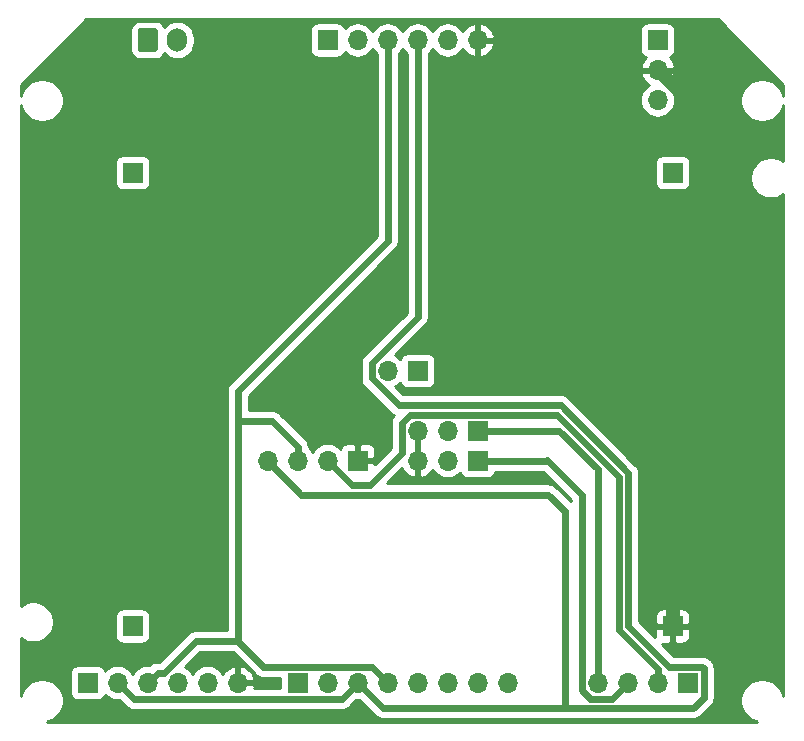
<source format=gbr>
G04 #@! TF.GenerationSoftware,KiCad,Pcbnew,(5.1.4-0-10_14)*
G04 #@! TF.CreationDate,2022-11-21T22:36:57+09:00*
G04 #@! TF.ProjectId,NX19,4e583139-2e6b-4696-9361-645f70636258,rev?*
G04 #@! TF.SameCoordinates,Original*
G04 #@! TF.FileFunction,Copper,L1,Top*
G04 #@! TF.FilePolarity,Positive*
%FSLAX46Y46*%
G04 Gerber Fmt 4.6, Leading zero omitted, Abs format (unit mm)*
G04 Created by KiCad (PCBNEW (5.1.4-0-10_14)) date 2022-11-21 22:36:57*
%MOMM*%
%LPD*%
G04 APERTURE LIST*
%ADD10O,1.700000X1.700000*%
%ADD11R,1.700000X1.700000*%
%ADD12O,1.700000X2.000000*%
%ADD13C,0.100000*%
%ADD14C,1.700000*%
%ADD15C,1.200000*%
%ADD16C,0.600000*%
%ADD17C,0.254000*%
G04 APERTURE END LIST*
D10*
X165354000Y-71120000D03*
X165354000Y-68580000D03*
D11*
X165354000Y-66040000D03*
D10*
X132334000Y-101660000D03*
X134874000Y-101660000D03*
X137414000Y-101660000D03*
D11*
X139954000Y-101660000D03*
D10*
X145034000Y-101660000D03*
X147574000Y-101660000D03*
D11*
X150114000Y-101660000D03*
D10*
X145034000Y-99120000D03*
X147574000Y-99120000D03*
D11*
X150114000Y-99120000D03*
D10*
X160274000Y-120460000D03*
X162814000Y-120460000D03*
X165354000Y-120460000D03*
D11*
X167894000Y-120460000D03*
D10*
X142494000Y-94040000D03*
D11*
X145034000Y-94040000D03*
D10*
X150114000Y-66040000D03*
X147574000Y-66040000D03*
X145034000Y-66040000D03*
X142494000Y-66040000D03*
X139954000Y-66040000D03*
D11*
X137414000Y-66040000D03*
D10*
X152654000Y-120460000D03*
X150114000Y-120460000D03*
X147574000Y-120460000D03*
X145034000Y-120460000D03*
X142494000Y-120460000D03*
X139954000Y-120460000D03*
X137414000Y-120460000D03*
D11*
X134874000Y-120460000D03*
D12*
X124674000Y-66040000D03*
D13*
G36*
X122798504Y-65041204D02*
G01*
X122822773Y-65044804D01*
X122846571Y-65050765D01*
X122869671Y-65059030D01*
X122891849Y-65069520D01*
X122912893Y-65082133D01*
X122932598Y-65096747D01*
X122950777Y-65113223D01*
X122967253Y-65131402D01*
X122981867Y-65151107D01*
X122994480Y-65172151D01*
X123004970Y-65194329D01*
X123013235Y-65217429D01*
X123019196Y-65241227D01*
X123022796Y-65265496D01*
X123024000Y-65290000D01*
X123024000Y-66790000D01*
X123022796Y-66814504D01*
X123019196Y-66838773D01*
X123013235Y-66862571D01*
X123004970Y-66885671D01*
X122994480Y-66907849D01*
X122981867Y-66928893D01*
X122967253Y-66948598D01*
X122950777Y-66966777D01*
X122932598Y-66983253D01*
X122912893Y-66997867D01*
X122891849Y-67010480D01*
X122869671Y-67020970D01*
X122846571Y-67029235D01*
X122822773Y-67035196D01*
X122798504Y-67038796D01*
X122774000Y-67040000D01*
X121574000Y-67040000D01*
X121549496Y-67038796D01*
X121525227Y-67035196D01*
X121501429Y-67029235D01*
X121478329Y-67020970D01*
X121456151Y-67010480D01*
X121435107Y-66997867D01*
X121415402Y-66983253D01*
X121397223Y-66966777D01*
X121380747Y-66948598D01*
X121366133Y-66928893D01*
X121353520Y-66907849D01*
X121343030Y-66885671D01*
X121334765Y-66862571D01*
X121328804Y-66838773D01*
X121325204Y-66814504D01*
X121324000Y-66790000D01*
X121324000Y-65290000D01*
X121325204Y-65265496D01*
X121328804Y-65241227D01*
X121334765Y-65217429D01*
X121343030Y-65194329D01*
X121353520Y-65172151D01*
X121366133Y-65151107D01*
X121380747Y-65131402D01*
X121397223Y-65113223D01*
X121415402Y-65096747D01*
X121435107Y-65082133D01*
X121456151Y-65069520D01*
X121478329Y-65059030D01*
X121501429Y-65050765D01*
X121525227Y-65044804D01*
X121549496Y-65041204D01*
X121574000Y-65040000D01*
X122774000Y-65040000D01*
X122798504Y-65041204D01*
X122798504Y-65041204D01*
G37*
D14*
X122174000Y-66040000D03*
D11*
X166624000Y-115660000D03*
X166624000Y-77260000D03*
X117094000Y-120460000D03*
D10*
X119634000Y-120460000D03*
X122174000Y-120460000D03*
X124714000Y-120460000D03*
X127254000Y-120460000D03*
X129794000Y-120460000D03*
D11*
X120904000Y-115660000D03*
X120904000Y-77260000D03*
D15*
X166624000Y-113610000D02*
X166624000Y-115660000D01*
X168656000Y-111578000D02*
X166624000Y-113610000D01*
X168656000Y-71882000D02*
X168656000Y-111578000D01*
X165354000Y-68580000D02*
X168656000Y-71882000D01*
D16*
X141143999Y-119109999D02*
X131966457Y-119109999D01*
X131966457Y-119109999D02*
X129794000Y-116937542D01*
X142494000Y-120460000D02*
X141143999Y-119109999D01*
X142494000Y-83058000D02*
X142494000Y-66040000D01*
X129794000Y-95758000D02*
X142494000Y-83058000D01*
X131144001Y-118287543D02*
X129794000Y-116937542D01*
X126238456Y-116937542D02*
X129794000Y-116937542D01*
X123565997Y-119610001D02*
X126238456Y-116937542D01*
X123023999Y-119610001D02*
X123565997Y-119610001D01*
X122174000Y-120460000D02*
X123023999Y-119610001D01*
X134874000Y-101660000D02*
X134874000Y-100457919D01*
X132714081Y-98298000D02*
X129794000Y-98298000D01*
X134874000Y-100457919D02*
X132714081Y-98298000D01*
X129794000Y-98298000D02*
X129794000Y-95758000D01*
X129794000Y-116937542D02*
X129794000Y-98298000D01*
X139104001Y-121309999D02*
X139954000Y-120460000D01*
X138603999Y-121810001D02*
X139104001Y-121309999D01*
X120984001Y-121810001D02*
X138603999Y-121810001D01*
X119634000Y-120460000D02*
X120984001Y-121810001D01*
X139954000Y-120460000D02*
X142104011Y-122610011D01*
X135195000Y-104521000D02*
X156083000Y-104521000D01*
X132334000Y-101660000D02*
X135195000Y-104521000D01*
X156083000Y-104521000D02*
X157480000Y-105918000D01*
X157480000Y-105918000D02*
X157480000Y-122538022D01*
X142104011Y-122610011D02*
X157551989Y-122610011D01*
X157551989Y-122610011D02*
X157480000Y-122538022D01*
X168343991Y-122610011D02*
X157551989Y-122610011D01*
X169244001Y-121710001D02*
X168343991Y-122610011D01*
X169244001Y-119209999D02*
X169244001Y-121710001D01*
X169144001Y-119109999D02*
X169244001Y-119209999D01*
X162852010Y-102677242D02*
X162852010Y-115624545D01*
X157144757Y-96969989D02*
X162852010Y-102677242D01*
X143425987Y-96969989D02*
X157144757Y-96969989D01*
X141143999Y-94688001D02*
X143425987Y-96969989D01*
X141143999Y-93391999D02*
X141143999Y-94688001D01*
X166337464Y-119109999D02*
X169144001Y-119109999D01*
X145034000Y-89501998D02*
X141143999Y-93391999D01*
X162852010Y-115624545D02*
X166337464Y-119109999D01*
X145034000Y-66040000D02*
X145034000Y-89501998D01*
X165354000Y-119257919D02*
X165354000Y-120460000D01*
X162052000Y-115955919D02*
X165354000Y-119257919D01*
X162052000Y-103008616D02*
X162052000Y-115955919D01*
X156813383Y-97769999D02*
X162052000Y-103008616D01*
X144385999Y-97769999D02*
X156813383Y-97769999D01*
X143683999Y-98471999D02*
X144385999Y-97769999D01*
X143683999Y-101011999D02*
X143683999Y-98471999D01*
X139474990Y-103720990D02*
X140975008Y-103720990D01*
X140975008Y-103720990D02*
X143683999Y-101011999D01*
X137414000Y-101660000D02*
X139474990Y-103720990D01*
X160274000Y-102362000D02*
X157032000Y-99120000D01*
X160274000Y-120460000D02*
X160274000Y-102362000D01*
X157032000Y-99120000D02*
X150114000Y-99120000D01*
X158923999Y-104567999D02*
X155956000Y-101600000D01*
X155896000Y-101660000D02*
X150114000Y-101660000D01*
X159625999Y-121810001D02*
X158923999Y-121108001D01*
X161463999Y-121810001D02*
X159625999Y-121810001D01*
X155956000Y-101600000D02*
X155896000Y-101660000D01*
X158923999Y-121108001D02*
X158923999Y-104567999D01*
X162814000Y-120460000D02*
X161463999Y-121810001D01*
D17*
G36*
X175995001Y-69849448D02*
G01*
X175995001Y-70776722D01*
X175965124Y-70626522D01*
X175825964Y-70290559D01*
X175623934Y-69988200D01*
X175366800Y-69731066D01*
X175064441Y-69529036D01*
X174728478Y-69389876D01*
X174371822Y-69318932D01*
X174008178Y-69318932D01*
X173651522Y-69389876D01*
X173315559Y-69529036D01*
X173013200Y-69731066D01*
X172756066Y-69988200D01*
X172554036Y-70290559D01*
X172414876Y-70626522D01*
X172343932Y-70983178D01*
X172343932Y-71346822D01*
X172414876Y-71703478D01*
X172554036Y-72039441D01*
X172756066Y-72341800D01*
X173013200Y-72598934D01*
X173315559Y-72800964D01*
X173651522Y-72940124D01*
X174008178Y-73011068D01*
X174371822Y-73011068D01*
X174728478Y-72940124D01*
X175064441Y-72800964D01*
X175366800Y-72598934D01*
X175623934Y-72341800D01*
X175825964Y-72039441D01*
X175965124Y-71703478D01*
X175995001Y-71553278D01*
X175995001Y-76322736D01*
X175747301Y-76157228D01*
X175429450Y-76025570D01*
X175092020Y-75958451D01*
X174747980Y-75958451D01*
X174410550Y-76025570D01*
X174092699Y-76157228D01*
X173806640Y-76348367D01*
X173563367Y-76591640D01*
X173372228Y-76877699D01*
X173240570Y-77195550D01*
X173173451Y-77532980D01*
X173173451Y-77877020D01*
X173240570Y-78214450D01*
X173372228Y-78532301D01*
X173563367Y-78818360D01*
X173806640Y-79061633D01*
X174092699Y-79252772D01*
X174410550Y-79384430D01*
X174747980Y-79451549D01*
X175092020Y-79451549D01*
X175429450Y-79384430D01*
X175747301Y-79252772D01*
X175995001Y-79087264D01*
X175995000Y-121576717D01*
X175965124Y-121426522D01*
X175825964Y-121090559D01*
X175623934Y-120788200D01*
X175366800Y-120531066D01*
X175064441Y-120329036D01*
X174728478Y-120189876D01*
X174371822Y-120118932D01*
X174008178Y-120118932D01*
X173651522Y-120189876D01*
X173315559Y-120329036D01*
X173013200Y-120531066D01*
X172756066Y-120788200D01*
X172554036Y-121090559D01*
X172414876Y-121426522D01*
X172343932Y-121783178D01*
X172343932Y-122146822D01*
X172414876Y-122503478D01*
X172554036Y-122839441D01*
X172756066Y-123141800D01*
X173013200Y-123398934D01*
X173315559Y-123600964D01*
X173651522Y-123740124D01*
X173801717Y-123770000D01*
X113618283Y-123770000D01*
X113768478Y-123740124D01*
X114104441Y-123600964D01*
X114406800Y-123398934D01*
X114663934Y-123141800D01*
X114865964Y-122839441D01*
X115005124Y-122503478D01*
X115076068Y-122146822D01*
X115076068Y-121783178D01*
X115005124Y-121426522D01*
X114865964Y-121090559D01*
X114663934Y-120788200D01*
X114406800Y-120531066D01*
X114104441Y-120329036D01*
X113768478Y-120189876D01*
X113411822Y-120118932D01*
X113048178Y-120118932D01*
X112691522Y-120189876D01*
X112355559Y-120329036D01*
X112053200Y-120531066D01*
X111796066Y-120788200D01*
X111594036Y-121090559D01*
X111454876Y-121426522D01*
X111425000Y-121576717D01*
X111425000Y-119610000D01*
X115605928Y-119610000D01*
X115605928Y-121310000D01*
X115618188Y-121434482D01*
X115654498Y-121554180D01*
X115713463Y-121664494D01*
X115792815Y-121761185D01*
X115889506Y-121840537D01*
X115999820Y-121899502D01*
X116119518Y-121935812D01*
X116244000Y-121948072D01*
X117944000Y-121948072D01*
X118068482Y-121935812D01*
X118188180Y-121899502D01*
X118298494Y-121840537D01*
X118395185Y-121761185D01*
X118474537Y-121664494D01*
X118533502Y-121554180D01*
X118554393Y-121485313D01*
X118578866Y-121515134D01*
X118804986Y-121700706D01*
X119062966Y-121838599D01*
X119342889Y-121923513D01*
X119561050Y-121945000D01*
X119706950Y-121945000D01*
X119788663Y-121936952D01*
X120290371Y-122438660D01*
X120319657Y-122474345D01*
X120462029Y-122591187D01*
X120537398Y-122631472D01*
X120624460Y-122678008D01*
X120800709Y-122731473D01*
X120984001Y-122749525D01*
X121029936Y-122745001D01*
X138558067Y-122745001D01*
X138603999Y-122749525D01*
X138649931Y-122745001D01*
X138787291Y-122731472D01*
X138963539Y-122678008D01*
X139125971Y-122591187D01*
X139268343Y-122474345D01*
X139297630Y-122438659D01*
X139732662Y-122003626D01*
X139732667Y-122003622D01*
X139799337Y-121936952D01*
X139881050Y-121945000D01*
X140026950Y-121945000D01*
X140108663Y-121936952D01*
X141410381Y-123238670D01*
X141439667Y-123274355D01*
X141582039Y-123391197D01*
X141687891Y-123447776D01*
X141744470Y-123478018D01*
X141920719Y-123531483D01*
X142104011Y-123549535D01*
X142149946Y-123545011D01*
X157506057Y-123545011D01*
X157551989Y-123549535D01*
X157597921Y-123545011D01*
X168298059Y-123545011D01*
X168343991Y-123549535D01*
X168389923Y-123545011D01*
X168527283Y-123531482D01*
X168703531Y-123478018D01*
X168865963Y-123391197D01*
X169008335Y-123274355D01*
X169037621Y-123238670D01*
X169872665Y-122403627D01*
X169908345Y-122374345D01*
X170025187Y-122231973D01*
X170112008Y-122069541D01*
X170165472Y-121893293D01*
X170183525Y-121710002D01*
X170179001Y-121664070D01*
X170179001Y-119255930D01*
X170183525Y-119209998D01*
X170165472Y-119026707D01*
X170112008Y-118850459D01*
X170025187Y-118688027D01*
X169908345Y-118545655D01*
X169872661Y-118516370D01*
X169837631Y-118481340D01*
X169808345Y-118445655D01*
X169665973Y-118328813D01*
X169503541Y-118241992D01*
X169327293Y-118188528D01*
X169189933Y-118174999D01*
X169144001Y-118170475D01*
X169098069Y-118174999D01*
X166724754Y-118174999D01*
X165689505Y-117139750D01*
X165774000Y-117148072D01*
X166338250Y-117145000D01*
X166497000Y-116986250D01*
X166497000Y-115787000D01*
X166751000Y-115787000D01*
X166751000Y-116986250D01*
X166909750Y-117145000D01*
X167474000Y-117148072D01*
X167598482Y-117135812D01*
X167718180Y-117099502D01*
X167828494Y-117040537D01*
X167925185Y-116961185D01*
X168004537Y-116864494D01*
X168063502Y-116754180D01*
X168099812Y-116634482D01*
X168112072Y-116510000D01*
X168109000Y-115945750D01*
X167950250Y-115787000D01*
X166751000Y-115787000D01*
X166497000Y-115787000D01*
X165297750Y-115787000D01*
X165139000Y-115945750D01*
X165135928Y-116510000D01*
X165144250Y-116594495D01*
X163787010Y-115237256D01*
X163787010Y-114810000D01*
X165135928Y-114810000D01*
X165139000Y-115374250D01*
X165297750Y-115533000D01*
X166497000Y-115533000D01*
X166497000Y-114333750D01*
X166751000Y-114333750D01*
X166751000Y-115533000D01*
X167950250Y-115533000D01*
X168109000Y-115374250D01*
X168112072Y-114810000D01*
X168099812Y-114685518D01*
X168063502Y-114565820D01*
X168004537Y-114455506D01*
X167925185Y-114358815D01*
X167828494Y-114279463D01*
X167718180Y-114220498D01*
X167598482Y-114184188D01*
X167474000Y-114171928D01*
X166909750Y-114175000D01*
X166751000Y-114333750D01*
X166497000Y-114333750D01*
X166338250Y-114175000D01*
X165774000Y-114171928D01*
X165649518Y-114184188D01*
X165529820Y-114220498D01*
X165419506Y-114279463D01*
X165322815Y-114358815D01*
X165243463Y-114455506D01*
X165184498Y-114565820D01*
X165148188Y-114685518D01*
X165135928Y-114810000D01*
X163787010Y-114810000D01*
X163787010Y-102723177D01*
X163791534Y-102677242D01*
X163773482Y-102493950D01*
X163720017Y-102317701D01*
X163673692Y-102231034D01*
X163633196Y-102155270D01*
X163516354Y-102012898D01*
X163480670Y-101983613D01*
X157838387Y-96341330D01*
X157809101Y-96305645D01*
X157666729Y-96188803D01*
X157504297Y-96101982D01*
X157328049Y-96048518D01*
X157190689Y-96034989D01*
X157144757Y-96030465D01*
X157098825Y-96034989D01*
X143813277Y-96034989D01*
X143145096Y-95366809D01*
X143260920Y-95311641D01*
X143494269Y-95137588D01*
X143570034Y-95053534D01*
X143594498Y-95134180D01*
X143653463Y-95244494D01*
X143732815Y-95341185D01*
X143829506Y-95420537D01*
X143939820Y-95479502D01*
X144059518Y-95515812D01*
X144184000Y-95528072D01*
X145884000Y-95528072D01*
X146008482Y-95515812D01*
X146128180Y-95479502D01*
X146238494Y-95420537D01*
X146335185Y-95341185D01*
X146414537Y-95244494D01*
X146473502Y-95134180D01*
X146509812Y-95014482D01*
X146522072Y-94890000D01*
X146522072Y-93190000D01*
X146509812Y-93065518D01*
X146473502Y-92945820D01*
X146414537Y-92835506D01*
X146335185Y-92738815D01*
X146238494Y-92659463D01*
X146128180Y-92600498D01*
X146008482Y-92564188D01*
X145884000Y-92551928D01*
X144184000Y-92551928D01*
X144059518Y-92564188D01*
X143939820Y-92600498D01*
X143829506Y-92659463D01*
X143732815Y-92738815D01*
X143653463Y-92835506D01*
X143594498Y-92945820D01*
X143570034Y-93026466D01*
X143494269Y-92942412D01*
X143260920Y-92768359D01*
X143145096Y-92713191D01*
X145662664Y-90195624D01*
X145698344Y-90166342D01*
X145815186Y-90023970D01*
X145902007Y-89861538D01*
X145955471Y-89685290D01*
X145969000Y-89547930D01*
X145973524Y-89501999D01*
X145969000Y-89456067D01*
X145969000Y-76410000D01*
X165135928Y-76410000D01*
X165135928Y-78110000D01*
X165148188Y-78234482D01*
X165184498Y-78354180D01*
X165243463Y-78464494D01*
X165322815Y-78561185D01*
X165419506Y-78640537D01*
X165529820Y-78699502D01*
X165649518Y-78735812D01*
X165774000Y-78748072D01*
X167474000Y-78748072D01*
X167598482Y-78735812D01*
X167718180Y-78699502D01*
X167828494Y-78640537D01*
X167925185Y-78561185D01*
X168004537Y-78464494D01*
X168063502Y-78354180D01*
X168099812Y-78234482D01*
X168112072Y-78110000D01*
X168112072Y-76410000D01*
X168099812Y-76285518D01*
X168063502Y-76165820D01*
X168004537Y-76055506D01*
X167925185Y-75958815D01*
X167828494Y-75879463D01*
X167718180Y-75820498D01*
X167598482Y-75784188D01*
X167474000Y-75771928D01*
X165774000Y-75771928D01*
X165649518Y-75784188D01*
X165529820Y-75820498D01*
X165419506Y-75879463D01*
X165322815Y-75958815D01*
X165243463Y-76055506D01*
X165184498Y-76165820D01*
X165148188Y-76285518D01*
X165135928Y-76410000D01*
X145969000Y-76410000D01*
X145969000Y-71120000D01*
X163861815Y-71120000D01*
X163890487Y-71411111D01*
X163975401Y-71691034D01*
X164113294Y-71949014D01*
X164298866Y-72175134D01*
X164524986Y-72360706D01*
X164782966Y-72498599D01*
X165062889Y-72583513D01*
X165281050Y-72605000D01*
X165426950Y-72605000D01*
X165645111Y-72583513D01*
X165925034Y-72498599D01*
X166183014Y-72360706D01*
X166409134Y-72175134D01*
X166594706Y-71949014D01*
X166732599Y-71691034D01*
X166817513Y-71411111D01*
X166846185Y-71120000D01*
X166817513Y-70828889D01*
X166732599Y-70548966D01*
X166594706Y-70290986D01*
X166409134Y-70064866D01*
X166183014Y-69879294D01*
X166118477Y-69844799D01*
X166235355Y-69775178D01*
X166451588Y-69580269D01*
X166625641Y-69346920D01*
X166750825Y-69084099D01*
X166795476Y-68936890D01*
X166674155Y-68707000D01*
X165481000Y-68707000D01*
X165481000Y-68727000D01*
X165227000Y-68727000D01*
X165227000Y-68707000D01*
X164033845Y-68707000D01*
X163912524Y-68936890D01*
X163957175Y-69084099D01*
X164082359Y-69346920D01*
X164256412Y-69580269D01*
X164472645Y-69775178D01*
X164589523Y-69844799D01*
X164524986Y-69879294D01*
X164298866Y-70064866D01*
X164113294Y-70290986D01*
X163975401Y-70548966D01*
X163890487Y-70828889D01*
X163861815Y-71120000D01*
X145969000Y-71120000D01*
X145969000Y-67193725D01*
X146089134Y-67095134D01*
X146274706Y-66869014D01*
X146304000Y-66814209D01*
X146333294Y-66869014D01*
X146518866Y-67095134D01*
X146744986Y-67280706D01*
X147002966Y-67418599D01*
X147282889Y-67503513D01*
X147501050Y-67525000D01*
X147646950Y-67525000D01*
X147865111Y-67503513D01*
X148145034Y-67418599D01*
X148403014Y-67280706D01*
X148629134Y-67095134D01*
X148814706Y-66869014D01*
X148849201Y-66804477D01*
X148918822Y-66921355D01*
X149113731Y-67137588D01*
X149347080Y-67311641D01*
X149609901Y-67436825D01*
X149757110Y-67481476D01*
X149987000Y-67360155D01*
X149987000Y-66167000D01*
X150241000Y-66167000D01*
X150241000Y-67360155D01*
X150470890Y-67481476D01*
X150618099Y-67436825D01*
X150880920Y-67311641D01*
X151114269Y-67137588D01*
X151309178Y-66921355D01*
X151458157Y-66671252D01*
X151555481Y-66396891D01*
X151434814Y-66167000D01*
X150241000Y-66167000D01*
X149987000Y-66167000D01*
X149967000Y-66167000D01*
X149967000Y-65913000D01*
X149987000Y-65913000D01*
X149987000Y-64719845D01*
X150241000Y-64719845D01*
X150241000Y-65913000D01*
X151434814Y-65913000D01*
X151555481Y-65683109D01*
X151458157Y-65408748D01*
X151327856Y-65190000D01*
X163865928Y-65190000D01*
X163865928Y-66890000D01*
X163878188Y-67014482D01*
X163914498Y-67134180D01*
X163973463Y-67244494D01*
X164052815Y-67341185D01*
X164149506Y-67420537D01*
X164259820Y-67479502D01*
X164340466Y-67503966D01*
X164256412Y-67579731D01*
X164082359Y-67813080D01*
X163957175Y-68075901D01*
X163912524Y-68223110D01*
X164033845Y-68453000D01*
X165227000Y-68453000D01*
X165227000Y-68433000D01*
X165481000Y-68433000D01*
X165481000Y-68453000D01*
X166674155Y-68453000D01*
X166795476Y-68223110D01*
X166750825Y-68075901D01*
X166625641Y-67813080D01*
X166451588Y-67579731D01*
X166367534Y-67503966D01*
X166448180Y-67479502D01*
X166558494Y-67420537D01*
X166655185Y-67341185D01*
X166734537Y-67244494D01*
X166793502Y-67134180D01*
X166829812Y-67014482D01*
X166842072Y-66890000D01*
X166842072Y-65190000D01*
X166829812Y-65065518D01*
X166793502Y-64945820D01*
X166734537Y-64835506D01*
X166655185Y-64738815D01*
X166558494Y-64659463D01*
X166448180Y-64600498D01*
X166328482Y-64564188D01*
X166204000Y-64551928D01*
X164504000Y-64551928D01*
X164379518Y-64564188D01*
X164259820Y-64600498D01*
X164149506Y-64659463D01*
X164052815Y-64738815D01*
X163973463Y-64835506D01*
X163914498Y-64945820D01*
X163878188Y-65065518D01*
X163865928Y-65190000D01*
X151327856Y-65190000D01*
X151309178Y-65158645D01*
X151114269Y-64942412D01*
X150880920Y-64768359D01*
X150618099Y-64643175D01*
X150470890Y-64598524D01*
X150241000Y-64719845D01*
X149987000Y-64719845D01*
X149757110Y-64598524D01*
X149609901Y-64643175D01*
X149347080Y-64768359D01*
X149113731Y-64942412D01*
X148918822Y-65158645D01*
X148849201Y-65275523D01*
X148814706Y-65210986D01*
X148629134Y-64984866D01*
X148403014Y-64799294D01*
X148145034Y-64661401D01*
X147865111Y-64576487D01*
X147646950Y-64555000D01*
X147501050Y-64555000D01*
X147282889Y-64576487D01*
X147002966Y-64661401D01*
X146744986Y-64799294D01*
X146518866Y-64984866D01*
X146333294Y-65210986D01*
X146304000Y-65265791D01*
X146274706Y-65210986D01*
X146089134Y-64984866D01*
X145863014Y-64799294D01*
X145605034Y-64661401D01*
X145325111Y-64576487D01*
X145106950Y-64555000D01*
X144961050Y-64555000D01*
X144742889Y-64576487D01*
X144462966Y-64661401D01*
X144204986Y-64799294D01*
X143978866Y-64984866D01*
X143793294Y-65210986D01*
X143764000Y-65265791D01*
X143734706Y-65210986D01*
X143549134Y-64984866D01*
X143323014Y-64799294D01*
X143065034Y-64661401D01*
X142785111Y-64576487D01*
X142566950Y-64555000D01*
X142421050Y-64555000D01*
X142202889Y-64576487D01*
X141922966Y-64661401D01*
X141664986Y-64799294D01*
X141438866Y-64984866D01*
X141253294Y-65210986D01*
X141224000Y-65265791D01*
X141194706Y-65210986D01*
X141009134Y-64984866D01*
X140783014Y-64799294D01*
X140525034Y-64661401D01*
X140245111Y-64576487D01*
X140026950Y-64555000D01*
X139881050Y-64555000D01*
X139662889Y-64576487D01*
X139382966Y-64661401D01*
X139124986Y-64799294D01*
X138898866Y-64984866D01*
X138874393Y-65014687D01*
X138853502Y-64945820D01*
X138794537Y-64835506D01*
X138715185Y-64738815D01*
X138618494Y-64659463D01*
X138508180Y-64600498D01*
X138388482Y-64564188D01*
X138264000Y-64551928D01*
X136564000Y-64551928D01*
X136439518Y-64564188D01*
X136319820Y-64600498D01*
X136209506Y-64659463D01*
X136112815Y-64738815D01*
X136033463Y-64835506D01*
X135974498Y-64945820D01*
X135938188Y-65065518D01*
X135925928Y-65190000D01*
X135925928Y-66890000D01*
X135938188Y-67014482D01*
X135974498Y-67134180D01*
X136033463Y-67244494D01*
X136112815Y-67341185D01*
X136209506Y-67420537D01*
X136319820Y-67479502D01*
X136439518Y-67515812D01*
X136564000Y-67528072D01*
X138264000Y-67528072D01*
X138388482Y-67515812D01*
X138508180Y-67479502D01*
X138618494Y-67420537D01*
X138715185Y-67341185D01*
X138794537Y-67244494D01*
X138853502Y-67134180D01*
X138874393Y-67065313D01*
X138898866Y-67095134D01*
X139124986Y-67280706D01*
X139382966Y-67418599D01*
X139662889Y-67503513D01*
X139881050Y-67525000D01*
X140026950Y-67525000D01*
X140245111Y-67503513D01*
X140525034Y-67418599D01*
X140783014Y-67280706D01*
X141009134Y-67095134D01*
X141194706Y-66869014D01*
X141224000Y-66814209D01*
X141253294Y-66869014D01*
X141438866Y-67095134D01*
X141559001Y-67193726D01*
X141559000Y-82670710D01*
X129165336Y-95064375D01*
X129129657Y-95093656D01*
X129012815Y-95236028D01*
X128969713Y-95316667D01*
X128925994Y-95398460D01*
X128872529Y-95574709D01*
X128854476Y-95758000D01*
X128859001Y-95803942D01*
X128859000Y-98252068D01*
X128854476Y-98298000D01*
X128859001Y-98343942D01*
X128859000Y-116002542D01*
X126284391Y-116002542D01*
X126238456Y-115998018D01*
X126055164Y-116016070D01*
X125951284Y-116047583D01*
X125878916Y-116069535D01*
X125716484Y-116156356D01*
X125574112Y-116273198D01*
X125544826Y-116308883D01*
X123178708Y-118675001D01*
X123069930Y-118675001D01*
X123023998Y-118670477D01*
X122840706Y-118688530D01*
X122787242Y-118704748D01*
X122664459Y-118741994D01*
X122502027Y-118828815D01*
X122359655Y-118945657D01*
X122330375Y-118981335D01*
X122328662Y-118983048D01*
X122246950Y-118975000D01*
X122101050Y-118975000D01*
X121882889Y-118996487D01*
X121602966Y-119081401D01*
X121344986Y-119219294D01*
X121118866Y-119404866D01*
X120933294Y-119630986D01*
X120904000Y-119685791D01*
X120874706Y-119630986D01*
X120689134Y-119404866D01*
X120463014Y-119219294D01*
X120205034Y-119081401D01*
X119925111Y-118996487D01*
X119706950Y-118975000D01*
X119561050Y-118975000D01*
X119342889Y-118996487D01*
X119062966Y-119081401D01*
X118804986Y-119219294D01*
X118578866Y-119404866D01*
X118554393Y-119434687D01*
X118533502Y-119365820D01*
X118474537Y-119255506D01*
X118395185Y-119158815D01*
X118298494Y-119079463D01*
X118188180Y-119020498D01*
X118068482Y-118984188D01*
X117944000Y-118971928D01*
X116244000Y-118971928D01*
X116119518Y-118984188D01*
X115999820Y-119020498D01*
X115889506Y-119079463D01*
X115792815Y-119158815D01*
X115713463Y-119255506D01*
X115654498Y-119365820D01*
X115618188Y-119485518D01*
X115605928Y-119610000D01*
X111425000Y-119610000D01*
X111425000Y-116687264D01*
X111672699Y-116852772D01*
X111990550Y-116984430D01*
X112327980Y-117051549D01*
X112672020Y-117051549D01*
X113009450Y-116984430D01*
X113327301Y-116852772D01*
X113613360Y-116661633D01*
X113856633Y-116418360D01*
X114047772Y-116132301D01*
X114179430Y-115814450D01*
X114246549Y-115477020D01*
X114246549Y-115132980D01*
X114182305Y-114810000D01*
X119415928Y-114810000D01*
X119415928Y-116510000D01*
X119428188Y-116634482D01*
X119464498Y-116754180D01*
X119523463Y-116864494D01*
X119602815Y-116961185D01*
X119699506Y-117040537D01*
X119809820Y-117099502D01*
X119929518Y-117135812D01*
X120054000Y-117148072D01*
X121754000Y-117148072D01*
X121878482Y-117135812D01*
X121998180Y-117099502D01*
X122108494Y-117040537D01*
X122205185Y-116961185D01*
X122284537Y-116864494D01*
X122343502Y-116754180D01*
X122379812Y-116634482D01*
X122392072Y-116510000D01*
X122392072Y-114810000D01*
X122379812Y-114685518D01*
X122343502Y-114565820D01*
X122284537Y-114455506D01*
X122205185Y-114358815D01*
X122108494Y-114279463D01*
X121998180Y-114220498D01*
X121878482Y-114184188D01*
X121754000Y-114171928D01*
X120054000Y-114171928D01*
X119929518Y-114184188D01*
X119809820Y-114220498D01*
X119699506Y-114279463D01*
X119602815Y-114358815D01*
X119523463Y-114455506D01*
X119464498Y-114565820D01*
X119428188Y-114685518D01*
X119415928Y-114810000D01*
X114182305Y-114810000D01*
X114179430Y-114795550D01*
X114047772Y-114477699D01*
X113856633Y-114191640D01*
X113613360Y-113948367D01*
X113327301Y-113757228D01*
X113009450Y-113625570D01*
X112672020Y-113558451D01*
X112327980Y-113558451D01*
X111990550Y-113625570D01*
X111672699Y-113757228D01*
X111425000Y-113922736D01*
X111425000Y-76410000D01*
X119415928Y-76410000D01*
X119415928Y-78110000D01*
X119428188Y-78234482D01*
X119464498Y-78354180D01*
X119523463Y-78464494D01*
X119602815Y-78561185D01*
X119699506Y-78640537D01*
X119809820Y-78699502D01*
X119929518Y-78735812D01*
X120054000Y-78748072D01*
X121754000Y-78748072D01*
X121878482Y-78735812D01*
X121998180Y-78699502D01*
X122108494Y-78640537D01*
X122205185Y-78561185D01*
X122284537Y-78464494D01*
X122343502Y-78354180D01*
X122379812Y-78234482D01*
X122392072Y-78110000D01*
X122392072Y-76410000D01*
X122379812Y-76285518D01*
X122343502Y-76165820D01*
X122284537Y-76055506D01*
X122205185Y-75958815D01*
X122108494Y-75879463D01*
X121998180Y-75820498D01*
X121878482Y-75784188D01*
X121754000Y-75771928D01*
X120054000Y-75771928D01*
X119929518Y-75784188D01*
X119809820Y-75820498D01*
X119699506Y-75879463D01*
X119602815Y-75958815D01*
X119523463Y-76055506D01*
X119464498Y-76165820D01*
X119428188Y-76285518D01*
X119415928Y-76410000D01*
X111425000Y-76410000D01*
X111425000Y-71553283D01*
X111454876Y-71703478D01*
X111594036Y-72039441D01*
X111796066Y-72341800D01*
X112053200Y-72598934D01*
X112355559Y-72800964D01*
X112691522Y-72940124D01*
X113048178Y-73011068D01*
X113411822Y-73011068D01*
X113768478Y-72940124D01*
X114104441Y-72800964D01*
X114406800Y-72598934D01*
X114663934Y-72341800D01*
X114865964Y-72039441D01*
X115005124Y-71703478D01*
X115076068Y-71346822D01*
X115076068Y-70983178D01*
X115005124Y-70626522D01*
X114865964Y-70290559D01*
X114663934Y-69988200D01*
X114406800Y-69731066D01*
X114104441Y-69529036D01*
X113768478Y-69389876D01*
X113411822Y-69318932D01*
X113048178Y-69318932D01*
X112691522Y-69389876D01*
X112355559Y-69529036D01*
X112053200Y-69731066D01*
X111796066Y-69988200D01*
X111594036Y-70290559D01*
X111454876Y-70626522D01*
X111425000Y-70776717D01*
X111425000Y-69849446D01*
X115984446Y-65290000D01*
X120685928Y-65290000D01*
X120685928Y-66790000D01*
X120702992Y-66963254D01*
X120753528Y-67129850D01*
X120835595Y-67283386D01*
X120946038Y-67417962D01*
X121080614Y-67528405D01*
X121234150Y-67610472D01*
X121400746Y-67661008D01*
X121574000Y-67678072D01*
X122774000Y-67678072D01*
X122947254Y-67661008D01*
X123113850Y-67610472D01*
X123267386Y-67528405D01*
X123401962Y-67417962D01*
X123512405Y-67283386D01*
X123566777Y-67181663D01*
X123618866Y-67245134D01*
X123844987Y-67430706D01*
X124102967Y-67568599D01*
X124382890Y-67653513D01*
X124674000Y-67682185D01*
X124965111Y-67653513D01*
X125245034Y-67568599D01*
X125503014Y-67430706D01*
X125729134Y-67245134D01*
X125914706Y-67019014D01*
X126052599Y-66761033D01*
X126137513Y-66481110D01*
X126159000Y-66262949D01*
X126159000Y-65817050D01*
X126137513Y-65598889D01*
X126052599Y-65318966D01*
X125914706Y-65060986D01*
X125729134Y-64834866D01*
X125503013Y-64649294D01*
X125245033Y-64511401D01*
X124965110Y-64426487D01*
X124674000Y-64397815D01*
X124382889Y-64426487D01*
X124102966Y-64511401D01*
X123844986Y-64649294D01*
X123618866Y-64834866D01*
X123566777Y-64898337D01*
X123512405Y-64796614D01*
X123401962Y-64662038D01*
X123267386Y-64551595D01*
X123113850Y-64469528D01*
X122947254Y-64418992D01*
X122774000Y-64401928D01*
X121574000Y-64401928D01*
X121400746Y-64418992D01*
X121234150Y-64469528D01*
X121080614Y-64551595D01*
X120946038Y-64662038D01*
X120835595Y-64796614D01*
X120753528Y-64950150D01*
X120702992Y-65116746D01*
X120685928Y-65290000D01*
X115984446Y-65290000D01*
X116994447Y-64280000D01*
X170425554Y-64280000D01*
X175995001Y-69849448D01*
X175995001Y-69849448D01*
G37*
X175995001Y-69849448D02*
X175995001Y-70776722D01*
X175965124Y-70626522D01*
X175825964Y-70290559D01*
X175623934Y-69988200D01*
X175366800Y-69731066D01*
X175064441Y-69529036D01*
X174728478Y-69389876D01*
X174371822Y-69318932D01*
X174008178Y-69318932D01*
X173651522Y-69389876D01*
X173315559Y-69529036D01*
X173013200Y-69731066D01*
X172756066Y-69988200D01*
X172554036Y-70290559D01*
X172414876Y-70626522D01*
X172343932Y-70983178D01*
X172343932Y-71346822D01*
X172414876Y-71703478D01*
X172554036Y-72039441D01*
X172756066Y-72341800D01*
X173013200Y-72598934D01*
X173315559Y-72800964D01*
X173651522Y-72940124D01*
X174008178Y-73011068D01*
X174371822Y-73011068D01*
X174728478Y-72940124D01*
X175064441Y-72800964D01*
X175366800Y-72598934D01*
X175623934Y-72341800D01*
X175825964Y-72039441D01*
X175965124Y-71703478D01*
X175995001Y-71553278D01*
X175995001Y-76322736D01*
X175747301Y-76157228D01*
X175429450Y-76025570D01*
X175092020Y-75958451D01*
X174747980Y-75958451D01*
X174410550Y-76025570D01*
X174092699Y-76157228D01*
X173806640Y-76348367D01*
X173563367Y-76591640D01*
X173372228Y-76877699D01*
X173240570Y-77195550D01*
X173173451Y-77532980D01*
X173173451Y-77877020D01*
X173240570Y-78214450D01*
X173372228Y-78532301D01*
X173563367Y-78818360D01*
X173806640Y-79061633D01*
X174092699Y-79252772D01*
X174410550Y-79384430D01*
X174747980Y-79451549D01*
X175092020Y-79451549D01*
X175429450Y-79384430D01*
X175747301Y-79252772D01*
X175995001Y-79087264D01*
X175995000Y-121576717D01*
X175965124Y-121426522D01*
X175825964Y-121090559D01*
X175623934Y-120788200D01*
X175366800Y-120531066D01*
X175064441Y-120329036D01*
X174728478Y-120189876D01*
X174371822Y-120118932D01*
X174008178Y-120118932D01*
X173651522Y-120189876D01*
X173315559Y-120329036D01*
X173013200Y-120531066D01*
X172756066Y-120788200D01*
X172554036Y-121090559D01*
X172414876Y-121426522D01*
X172343932Y-121783178D01*
X172343932Y-122146822D01*
X172414876Y-122503478D01*
X172554036Y-122839441D01*
X172756066Y-123141800D01*
X173013200Y-123398934D01*
X173315559Y-123600964D01*
X173651522Y-123740124D01*
X173801717Y-123770000D01*
X113618283Y-123770000D01*
X113768478Y-123740124D01*
X114104441Y-123600964D01*
X114406800Y-123398934D01*
X114663934Y-123141800D01*
X114865964Y-122839441D01*
X115005124Y-122503478D01*
X115076068Y-122146822D01*
X115076068Y-121783178D01*
X115005124Y-121426522D01*
X114865964Y-121090559D01*
X114663934Y-120788200D01*
X114406800Y-120531066D01*
X114104441Y-120329036D01*
X113768478Y-120189876D01*
X113411822Y-120118932D01*
X113048178Y-120118932D01*
X112691522Y-120189876D01*
X112355559Y-120329036D01*
X112053200Y-120531066D01*
X111796066Y-120788200D01*
X111594036Y-121090559D01*
X111454876Y-121426522D01*
X111425000Y-121576717D01*
X111425000Y-119610000D01*
X115605928Y-119610000D01*
X115605928Y-121310000D01*
X115618188Y-121434482D01*
X115654498Y-121554180D01*
X115713463Y-121664494D01*
X115792815Y-121761185D01*
X115889506Y-121840537D01*
X115999820Y-121899502D01*
X116119518Y-121935812D01*
X116244000Y-121948072D01*
X117944000Y-121948072D01*
X118068482Y-121935812D01*
X118188180Y-121899502D01*
X118298494Y-121840537D01*
X118395185Y-121761185D01*
X118474537Y-121664494D01*
X118533502Y-121554180D01*
X118554393Y-121485313D01*
X118578866Y-121515134D01*
X118804986Y-121700706D01*
X119062966Y-121838599D01*
X119342889Y-121923513D01*
X119561050Y-121945000D01*
X119706950Y-121945000D01*
X119788663Y-121936952D01*
X120290371Y-122438660D01*
X120319657Y-122474345D01*
X120462029Y-122591187D01*
X120537398Y-122631472D01*
X120624460Y-122678008D01*
X120800709Y-122731473D01*
X120984001Y-122749525D01*
X121029936Y-122745001D01*
X138558067Y-122745001D01*
X138603999Y-122749525D01*
X138649931Y-122745001D01*
X138787291Y-122731472D01*
X138963539Y-122678008D01*
X139125971Y-122591187D01*
X139268343Y-122474345D01*
X139297630Y-122438659D01*
X139732662Y-122003626D01*
X139732667Y-122003622D01*
X139799337Y-121936952D01*
X139881050Y-121945000D01*
X140026950Y-121945000D01*
X140108663Y-121936952D01*
X141410381Y-123238670D01*
X141439667Y-123274355D01*
X141582039Y-123391197D01*
X141687891Y-123447776D01*
X141744470Y-123478018D01*
X141920719Y-123531483D01*
X142104011Y-123549535D01*
X142149946Y-123545011D01*
X157506057Y-123545011D01*
X157551989Y-123549535D01*
X157597921Y-123545011D01*
X168298059Y-123545011D01*
X168343991Y-123549535D01*
X168389923Y-123545011D01*
X168527283Y-123531482D01*
X168703531Y-123478018D01*
X168865963Y-123391197D01*
X169008335Y-123274355D01*
X169037621Y-123238670D01*
X169872665Y-122403627D01*
X169908345Y-122374345D01*
X170025187Y-122231973D01*
X170112008Y-122069541D01*
X170165472Y-121893293D01*
X170183525Y-121710002D01*
X170179001Y-121664070D01*
X170179001Y-119255930D01*
X170183525Y-119209998D01*
X170165472Y-119026707D01*
X170112008Y-118850459D01*
X170025187Y-118688027D01*
X169908345Y-118545655D01*
X169872661Y-118516370D01*
X169837631Y-118481340D01*
X169808345Y-118445655D01*
X169665973Y-118328813D01*
X169503541Y-118241992D01*
X169327293Y-118188528D01*
X169189933Y-118174999D01*
X169144001Y-118170475D01*
X169098069Y-118174999D01*
X166724754Y-118174999D01*
X165689505Y-117139750D01*
X165774000Y-117148072D01*
X166338250Y-117145000D01*
X166497000Y-116986250D01*
X166497000Y-115787000D01*
X166751000Y-115787000D01*
X166751000Y-116986250D01*
X166909750Y-117145000D01*
X167474000Y-117148072D01*
X167598482Y-117135812D01*
X167718180Y-117099502D01*
X167828494Y-117040537D01*
X167925185Y-116961185D01*
X168004537Y-116864494D01*
X168063502Y-116754180D01*
X168099812Y-116634482D01*
X168112072Y-116510000D01*
X168109000Y-115945750D01*
X167950250Y-115787000D01*
X166751000Y-115787000D01*
X166497000Y-115787000D01*
X165297750Y-115787000D01*
X165139000Y-115945750D01*
X165135928Y-116510000D01*
X165144250Y-116594495D01*
X163787010Y-115237256D01*
X163787010Y-114810000D01*
X165135928Y-114810000D01*
X165139000Y-115374250D01*
X165297750Y-115533000D01*
X166497000Y-115533000D01*
X166497000Y-114333750D01*
X166751000Y-114333750D01*
X166751000Y-115533000D01*
X167950250Y-115533000D01*
X168109000Y-115374250D01*
X168112072Y-114810000D01*
X168099812Y-114685518D01*
X168063502Y-114565820D01*
X168004537Y-114455506D01*
X167925185Y-114358815D01*
X167828494Y-114279463D01*
X167718180Y-114220498D01*
X167598482Y-114184188D01*
X167474000Y-114171928D01*
X166909750Y-114175000D01*
X166751000Y-114333750D01*
X166497000Y-114333750D01*
X166338250Y-114175000D01*
X165774000Y-114171928D01*
X165649518Y-114184188D01*
X165529820Y-114220498D01*
X165419506Y-114279463D01*
X165322815Y-114358815D01*
X165243463Y-114455506D01*
X165184498Y-114565820D01*
X165148188Y-114685518D01*
X165135928Y-114810000D01*
X163787010Y-114810000D01*
X163787010Y-102723177D01*
X163791534Y-102677242D01*
X163773482Y-102493950D01*
X163720017Y-102317701D01*
X163673692Y-102231034D01*
X163633196Y-102155270D01*
X163516354Y-102012898D01*
X163480670Y-101983613D01*
X157838387Y-96341330D01*
X157809101Y-96305645D01*
X157666729Y-96188803D01*
X157504297Y-96101982D01*
X157328049Y-96048518D01*
X157190689Y-96034989D01*
X157144757Y-96030465D01*
X157098825Y-96034989D01*
X143813277Y-96034989D01*
X143145096Y-95366809D01*
X143260920Y-95311641D01*
X143494269Y-95137588D01*
X143570034Y-95053534D01*
X143594498Y-95134180D01*
X143653463Y-95244494D01*
X143732815Y-95341185D01*
X143829506Y-95420537D01*
X143939820Y-95479502D01*
X144059518Y-95515812D01*
X144184000Y-95528072D01*
X145884000Y-95528072D01*
X146008482Y-95515812D01*
X146128180Y-95479502D01*
X146238494Y-95420537D01*
X146335185Y-95341185D01*
X146414537Y-95244494D01*
X146473502Y-95134180D01*
X146509812Y-95014482D01*
X146522072Y-94890000D01*
X146522072Y-93190000D01*
X146509812Y-93065518D01*
X146473502Y-92945820D01*
X146414537Y-92835506D01*
X146335185Y-92738815D01*
X146238494Y-92659463D01*
X146128180Y-92600498D01*
X146008482Y-92564188D01*
X145884000Y-92551928D01*
X144184000Y-92551928D01*
X144059518Y-92564188D01*
X143939820Y-92600498D01*
X143829506Y-92659463D01*
X143732815Y-92738815D01*
X143653463Y-92835506D01*
X143594498Y-92945820D01*
X143570034Y-93026466D01*
X143494269Y-92942412D01*
X143260920Y-92768359D01*
X143145096Y-92713191D01*
X145662664Y-90195624D01*
X145698344Y-90166342D01*
X145815186Y-90023970D01*
X145902007Y-89861538D01*
X145955471Y-89685290D01*
X145969000Y-89547930D01*
X145973524Y-89501999D01*
X145969000Y-89456067D01*
X145969000Y-76410000D01*
X165135928Y-76410000D01*
X165135928Y-78110000D01*
X165148188Y-78234482D01*
X165184498Y-78354180D01*
X165243463Y-78464494D01*
X165322815Y-78561185D01*
X165419506Y-78640537D01*
X165529820Y-78699502D01*
X165649518Y-78735812D01*
X165774000Y-78748072D01*
X167474000Y-78748072D01*
X167598482Y-78735812D01*
X167718180Y-78699502D01*
X167828494Y-78640537D01*
X167925185Y-78561185D01*
X168004537Y-78464494D01*
X168063502Y-78354180D01*
X168099812Y-78234482D01*
X168112072Y-78110000D01*
X168112072Y-76410000D01*
X168099812Y-76285518D01*
X168063502Y-76165820D01*
X168004537Y-76055506D01*
X167925185Y-75958815D01*
X167828494Y-75879463D01*
X167718180Y-75820498D01*
X167598482Y-75784188D01*
X167474000Y-75771928D01*
X165774000Y-75771928D01*
X165649518Y-75784188D01*
X165529820Y-75820498D01*
X165419506Y-75879463D01*
X165322815Y-75958815D01*
X165243463Y-76055506D01*
X165184498Y-76165820D01*
X165148188Y-76285518D01*
X165135928Y-76410000D01*
X145969000Y-76410000D01*
X145969000Y-71120000D01*
X163861815Y-71120000D01*
X163890487Y-71411111D01*
X163975401Y-71691034D01*
X164113294Y-71949014D01*
X164298866Y-72175134D01*
X164524986Y-72360706D01*
X164782966Y-72498599D01*
X165062889Y-72583513D01*
X165281050Y-72605000D01*
X165426950Y-72605000D01*
X165645111Y-72583513D01*
X165925034Y-72498599D01*
X166183014Y-72360706D01*
X166409134Y-72175134D01*
X166594706Y-71949014D01*
X166732599Y-71691034D01*
X166817513Y-71411111D01*
X166846185Y-71120000D01*
X166817513Y-70828889D01*
X166732599Y-70548966D01*
X166594706Y-70290986D01*
X166409134Y-70064866D01*
X166183014Y-69879294D01*
X166118477Y-69844799D01*
X166235355Y-69775178D01*
X166451588Y-69580269D01*
X166625641Y-69346920D01*
X166750825Y-69084099D01*
X166795476Y-68936890D01*
X166674155Y-68707000D01*
X165481000Y-68707000D01*
X165481000Y-68727000D01*
X165227000Y-68727000D01*
X165227000Y-68707000D01*
X164033845Y-68707000D01*
X163912524Y-68936890D01*
X163957175Y-69084099D01*
X164082359Y-69346920D01*
X164256412Y-69580269D01*
X164472645Y-69775178D01*
X164589523Y-69844799D01*
X164524986Y-69879294D01*
X164298866Y-70064866D01*
X164113294Y-70290986D01*
X163975401Y-70548966D01*
X163890487Y-70828889D01*
X163861815Y-71120000D01*
X145969000Y-71120000D01*
X145969000Y-67193725D01*
X146089134Y-67095134D01*
X146274706Y-66869014D01*
X146304000Y-66814209D01*
X146333294Y-66869014D01*
X146518866Y-67095134D01*
X146744986Y-67280706D01*
X147002966Y-67418599D01*
X147282889Y-67503513D01*
X147501050Y-67525000D01*
X147646950Y-67525000D01*
X147865111Y-67503513D01*
X148145034Y-67418599D01*
X148403014Y-67280706D01*
X148629134Y-67095134D01*
X148814706Y-66869014D01*
X148849201Y-66804477D01*
X148918822Y-66921355D01*
X149113731Y-67137588D01*
X149347080Y-67311641D01*
X149609901Y-67436825D01*
X149757110Y-67481476D01*
X149987000Y-67360155D01*
X149987000Y-66167000D01*
X150241000Y-66167000D01*
X150241000Y-67360155D01*
X150470890Y-67481476D01*
X150618099Y-67436825D01*
X150880920Y-67311641D01*
X151114269Y-67137588D01*
X151309178Y-66921355D01*
X151458157Y-66671252D01*
X151555481Y-66396891D01*
X151434814Y-66167000D01*
X150241000Y-66167000D01*
X149987000Y-66167000D01*
X149967000Y-66167000D01*
X149967000Y-65913000D01*
X149987000Y-65913000D01*
X149987000Y-64719845D01*
X150241000Y-64719845D01*
X150241000Y-65913000D01*
X151434814Y-65913000D01*
X151555481Y-65683109D01*
X151458157Y-65408748D01*
X151327856Y-65190000D01*
X163865928Y-65190000D01*
X163865928Y-66890000D01*
X163878188Y-67014482D01*
X163914498Y-67134180D01*
X163973463Y-67244494D01*
X164052815Y-67341185D01*
X164149506Y-67420537D01*
X164259820Y-67479502D01*
X164340466Y-67503966D01*
X164256412Y-67579731D01*
X164082359Y-67813080D01*
X163957175Y-68075901D01*
X163912524Y-68223110D01*
X164033845Y-68453000D01*
X165227000Y-68453000D01*
X165227000Y-68433000D01*
X165481000Y-68433000D01*
X165481000Y-68453000D01*
X166674155Y-68453000D01*
X166795476Y-68223110D01*
X166750825Y-68075901D01*
X166625641Y-67813080D01*
X166451588Y-67579731D01*
X166367534Y-67503966D01*
X166448180Y-67479502D01*
X166558494Y-67420537D01*
X166655185Y-67341185D01*
X166734537Y-67244494D01*
X166793502Y-67134180D01*
X166829812Y-67014482D01*
X166842072Y-66890000D01*
X166842072Y-65190000D01*
X166829812Y-65065518D01*
X166793502Y-64945820D01*
X166734537Y-64835506D01*
X166655185Y-64738815D01*
X166558494Y-64659463D01*
X166448180Y-64600498D01*
X166328482Y-64564188D01*
X166204000Y-64551928D01*
X164504000Y-64551928D01*
X164379518Y-64564188D01*
X164259820Y-64600498D01*
X164149506Y-64659463D01*
X164052815Y-64738815D01*
X163973463Y-64835506D01*
X163914498Y-64945820D01*
X163878188Y-65065518D01*
X163865928Y-65190000D01*
X151327856Y-65190000D01*
X151309178Y-65158645D01*
X151114269Y-64942412D01*
X150880920Y-64768359D01*
X150618099Y-64643175D01*
X150470890Y-64598524D01*
X150241000Y-64719845D01*
X149987000Y-64719845D01*
X149757110Y-64598524D01*
X149609901Y-64643175D01*
X149347080Y-64768359D01*
X149113731Y-64942412D01*
X148918822Y-65158645D01*
X148849201Y-65275523D01*
X148814706Y-65210986D01*
X148629134Y-64984866D01*
X148403014Y-64799294D01*
X148145034Y-64661401D01*
X147865111Y-64576487D01*
X147646950Y-64555000D01*
X147501050Y-64555000D01*
X147282889Y-64576487D01*
X147002966Y-64661401D01*
X146744986Y-64799294D01*
X146518866Y-64984866D01*
X146333294Y-65210986D01*
X146304000Y-65265791D01*
X146274706Y-65210986D01*
X146089134Y-64984866D01*
X145863014Y-64799294D01*
X145605034Y-64661401D01*
X145325111Y-64576487D01*
X145106950Y-64555000D01*
X144961050Y-64555000D01*
X144742889Y-64576487D01*
X144462966Y-64661401D01*
X144204986Y-64799294D01*
X143978866Y-64984866D01*
X143793294Y-65210986D01*
X143764000Y-65265791D01*
X143734706Y-65210986D01*
X143549134Y-64984866D01*
X143323014Y-64799294D01*
X143065034Y-64661401D01*
X142785111Y-64576487D01*
X142566950Y-64555000D01*
X142421050Y-64555000D01*
X142202889Y-64576487D01*
X141922966Y-64661401D01*
X141664986Y-64799294D01*
X141438866Y-64984866D01*
X141253294Y-65210986D01*
X141224000Y-65265791D01*
X141194706Y-65210986D01*
X141009134Y-64984866D01*
X140783014Y-64799294D01*
X140525034Y-64661401D01*
X140245111Y-64576487D01*
X140026950Y-64555000D01*
X139881050Y-64555000D01*
X139662889Y-64576487D01*
X139382966Y-64661401D01*
X139124986Y-64799294D01*
X138898866Y-64984866D01*
X138874393Y-65014687D01*
X138853502Y-64945820D01*
X138794537Y-64835506D01*
X138715185Y-64738815D01*
X138618494Y-64659463D01*
X138508180Y-64600498D01*
X138388482Y-64564188D01*
X138264000Y-64551928D01*
X136564000Y-64551928D01*
X136439518Y-64564188D01*
X136319820Y-64600498D01*
X136209506Y-64659463D01*
X136112815Y-64738815D01*
X136033463Y-64835506D01*
X135974498Y-64945820D01*
X135938188Y-65065518D01*
X135925928Y-65190000D01*
X135925928Y-66890000D01*
X135938188Y-67014482D01*
X135974498Y-67134180D01*
X136033463Y-67244494D01*
X136112815Y-67341185D01*
X136209506Y-67420537D01*
X136319820Y-67479502D01*
X136439518Y-67515812D01*
X136564000Y-67528072D01*
X138264000Y-67528072D01*
X138388482Y-67515812D01*
X138508180Y-67479502D01*
X138618494Y-67420537D01*
X138715185Y-67341185D01*
X138794537Y-67244494D01*
X138853502Y-67134180D01*
X138874393Y-67065313D01*
X138898866Y-67095134D01*
X139124986Y-67280706D01*
X139382966Y-67418599D01*
X139662889Y-67503513D01*
X139881050Y-67525000D01*
X140026950Y-67525000D01*
X140245111Y-67503513D01*
X140525034Y-67418599D01*
X140783014Y-67280706D01*
X141009134Y-67095134D01*
X141194706Y-66869014D01*
X141224000Y-66814209D01*
X141253294Y-66869014D01*
X141438866Y-67095134D01*
X141559001Y-67193726D01*
X141559000Y-82670710D01*
X129165336Y-95064375D01*
X129129657Y-95093656D01*
X129012815Y-95236028D01*
X128969713Y-95316667D01*
X128925994Y-95398460D01*
X128872529Y-95574709D01*
X128854476Y-95758000D01*
X128859001Y-95803942D01*
X128859000Y-98252068D01*
X128854476Y-98298000D01*
X128859001Y-98343942D01*
X128859000Y-116002542D01*
X126284391Y-116002542D01*
X126238456Y-115998018D01*
X126055164Y-116016070D01*
X125951284Y-116047583D01*
X125878916Y-116069535D01*
X125716484Y-116156356D01*
X125574112Y-116273198D01*
X125544826Y-116308883D01*
X123178708Y-118675001D01*
X123069930Y-118675001D01*
X123023998Y-118670477D01*
X122840706Y-118688530D01*
X122787242Y-118704748D01*
X122664459Y-118741994D01*
X122502027Y-118828815D01*
X122359655Y-118945657D01*
X122330375Y-118981335D01*
X122328662Y-118983048D01*
X122246950Y-118975000D01*
X122101050Y-118975000D01*
X121882889Y-118996487D01*
X121602966Y-119081401D01*
X121344986Y-119219294D01*
X121118866Y-119404866D01*
X120933294Y-119630986D01*
X120904000Y-119685791D01*
X120874706Y-119630986D01*
X120689134Y-119404866D01*
X120463014Y-119219294D01*
X120205034Y-119081401D01*
X119925111Y-118996487D01*
X119706950Y-118975000D01*
X119561050Y-118975000D01*
X119342889Y-118996487D01*
X119062966Y-119081401D01*
X118804986Y-119219294D01*
X118578866Y-119404866D01*
X118554393Y-119434687D01*
X118533502Y-119365820D01*
X118474537Y-119255506D01*
X118395185Y-119158815D01*
X118298494Y-119079463D01*
X118188180Y-119020498D01*
X118068482Y-118984188D01*
X117944000Y-118971928D01*
X116244000Y-118971928D01*
X116119518Y-118984188D01*
X115999820Y-119020498D01*
X115889506Y-119079463D01*
X115792815Y-119158815D01*
X115713463Y-119255506D01*
X115654498Y-119365820D01*
X115618188Y-119485518D01*
X115605928Y-119610000D01*
X111425000Y-119610000D01*
X111425000Y-116687264D01*
X111672699Y-116852772D01*
X111990550Y-116984430D01*
X112327980Y-117051549D01*
X112672020Y-117051549D01*
X113009450Y-116984430D01*
X113327301Y-116852772D01*
X113613360Y-116661633D01*
X113856633Y-116418360D01*
X114047772Y-116132301D01*
X114179430Y-115814450D01*
X114246549Y-115477020D01*
X114246549Y-115132980D01*
X114182305Y-114810000D01*
X119415928Y-114810000D01*
X119415928Y-116510000D01*
X119428188Y-116634482D01*
X119464498Y-116754180D01*
X119523463Y-116864494D01*
X119602815Y-116961185D01*
X119699506Y-117040537D01*
X119809820Y-117099502D01*
X119929518Y-117135812D01*
X120054000Y-117148072D01*
X121754000Y-117148072D01*
X121878482Y-117135812D01*
X121998180Y-117099502D01*
X122108494Y-117040537D01*
X122205185Y-116961185D01*
X122284537Y-116864494D01*
X122343502Y-116754180D01*
X122379812Y-116634482D01*
X122392072Y-116510000D01*
X122392072Y-114810000D01*
X122379812Y-114685518D01*
X122343502Y-114565820D01*
X122284537Y-114455506D01*
X122205185Y-114358815D01*
X122108494Y-114279463D01*
X121998180Y-114220498D01*
X121878482Y-114184188D01*
X121754000Y-114171928D01*
X120054000Y-114171928D01*
X119929518Y-114184188D01*
X119809820Y-114220498D01*
X119699506Y-114279463D01*
X119602815Y-114358815D01*
X119523463Y-114455506D01*
X119464498Y-114565820D01*
X119428188Y-114685518D01*
X119415928Y-114810000D01*
X114182305Y-114810000D01*
X114179430Y-114795550D01*
X114047772Y-114477699D01*
X113856633Y-114191640D01*
X113613360Y-113948367D01*
X113327301Y-113757228D01*
X113009450Y-113625570D01*
X112672020Y-113558451D01*
X112327980Y-113558451D01*
X111990550Y-113625570D01*
X111672699Y-113757228D01*
X111425000Y-113922736D01*
X111425000Y-76410000D01*
X119415928Y-76410000D01*
X119415928Y-78110000D01*
X119428188Y-78234482D01*
X119464498Y-78354180D01*
X119523463Y-78464494D01*
X119602815Y-78561185D01*
X119699506Y-78640537D01*
X119809820Y-78699502D01*
X119929518Y-78735812D01*
X120054000Y-78748072D01*
X121754000Y-78748072D01*
X121878482Y-78735812D01*
X121998180Y-78699502D01*
X122108494Y-78640537D01*
X122205185Y-78561185D01*
X122284537Y-78464494D01*
X122343502Y-78354180D01*
X122379812Y-78234482D01*
X122392072Y-78110000D01*
X122392072Y-76410000D01*
X122379812Y-76285518D01*
X122343502Y-76165820D01*
X122284537Y-76055506D01*
X122205185Y-75958815D01*
X122108494Y-75879463D01*
X121998180Y-75820498D01*
X121878482Y-75784188D01*
X121754000Y-75771928D01*
X120054000Y-75771928D01*
X119929518Y-75784188D01*
X119809820Y-75820498D01*
X119699506Y-75879463D01*
X119602815Y-75958815D01*
X119523463Y-76055506D01*
X119464498Y-76165820D01*
X119428188Y-76285518D01*
X119415928Y-76410000D01*
X111425000Y-76410000D01*
X111425000Y-71553283D01*
X111454876Y-71703478D01*
X111594036Y-72039441D01*
X111796066Y-72341800D01*
X112053200Y-72598934D01*
X112355559Y-72800964D01*
X112691522Y-72940124D01*
X113048178Y-73011068D01*
X113411822Y-73011068D01*
X113768478Y-72940124D01*
X114104441Y-72800964D01*
X114406800Y-72598934D01*
X114663934Y-72341800D01*
X114865964Y-72039441D01*
X115005124Y-71703478D01*
X115076068Y-71346822D01*
X115076068Y-70983178D01*
X115005124Y-70626522D01*
X114865964Y-70290559D01*
X114663934Y-69988200D01*
X114406800Y-69731066D01*
X114104441Y-69529036D01*
X113768478Y-69389876D01*
X113411822Y-69318932D01*
X113048178Y-69318932D01*
X112691522Y-69389876D01*
X112355559Y-69529036D01*
X112053200Y-69731066D01*
X111796066Y-69988200D01*
X111594036Y-70290559D01*
X111454876Y-70626522D01*
X111425000Y-70776717D01*
X111425000Y-69849446D01*
X115984446Y-65290000D01*
X120685928Y-65290000D01*
X120685928Y-66790000D01*
X120702992Y-66963254D01*
X120753528Y-67129850D01*
X120835595Y-67283386D01*
X120946038Y-67417962D01*
X121080614Y-67528405D01*
X121234150Y-67610472D01*
X121400746Y-67661008D01*
X121574000Y-67678072D01*
X122774000Y-67678072D01*
X122947254Y-67661008D01*
X123113850Y-67610472D01*
X123267386Y-67528405D01*
X123401962Y-67417962D01*
X123512405Y-67283386D01*
X123566777Y-67181663D01*
X123618866Y-67245134D01*
X123844987Y-67430706D01*
X124102967Y-67568599D01*
X124382890Y-67653513D01*
X124674000Y-67682185D01*
X124965111Y-67653513D01*
X125245034Y-67568599D01*
X125503014Y-67430706D01*
X125729134Y-67245134D01*
X125914706Y-67019014D01*
X126052599Y-66761033D01*
X126137513Y-66481110D01*
X126159000Y-66262949D01*
X126159000Y-65817050D01*
X126137513Y-65598889D01*
X126052599Y-65318966D01*
X125914706Y-65060986D01*
X125729134Y-64834866D01*
X125503013Y-64649294D01*
X125245033Y-64511401D01*
X124965110Y-64426487D01*
X124674000Y-64397815D01*
X124382889Y-64426487D01*
X124102966Y-64511401D01*
X123844986Y-64649294D01*
X123618866Y-64834866D01*
X123566777Y-64898337D01*
X123512405Y-64796614D01*
X123401962Y-64662038D01*
X123267386Y-64551595D01*
X123113850Y-64469528D01*
X122947254Y-64418992D01*
X122774000Y-64401928D01*
X121574000Y-64401928D01*
X121400746Y-64418992D01*
X121234150Y-64469528D01*
X121080614Y-64551595D01*
X120946038Y-64662038D01*
X120835595Y-64796614D01*
X120753528Y-64950150D01*
X120702992Y-65116746D01*
X120685928Y-65290000D01*
X115984446Y-65290000D01*
X116994447Y-64280000D01*
X170425554Y-64280000D01*
X175995001Y-69849448D01*
G36*
X131272831Y-119738663D02*
G01*
X131302113Y-119774343D01*
X131444485Y-119891185D01*
X131606917Y-119978006D01*
X131729700Y-120015252D01*
X131783164Y-120031470D01*
X131966456Y-120049523D01*
X132012388Y-120044999D01*
X133385928Y-120044999D01*
X133385928Y-120875001D01*
X131214868Y-120875001D01*
X131235481Y-120816891D01*
X131114814Y-120587000D01*
X129921000Y-120587000D01*
X129921000Y-120607000D01*
X129667000Y-120607000D01*
X129667000Y-120587000D01*
X129647000Y-120587000D01*
X129647000Y-120333000D01*
X129667000Y-120333000D01*
X129667000Y-119139845D01*
X129921000Y-119139845D01*
X129921000Y-120333000D01*
X131114814Y-120333000D01*
X131235481Y-120103109D01*
X131138157Y-119828748D01*
X130989178Y-119578645D01*
X130794269Y-119362412D01*
X130560920Y-119188359D01*
X130298099Y-119063175D01*
X130150890Y-119018524D01*
X129921000Y-119139845D01*
X129667000Y-119139845D01*
X129437110Y-119018524D01*
X129289901Y-119063175D01*
X129027080Y-119188359D01*
X128793731Y-119362412D01*
X128598822Y-119578645D01*
X128529201Y-119695523D01*
X128494706Y-119630986D01*
X128309134Y-119404866D01*
X128083014Y-119219294D01*
X127825034Y-119081401D01*
X127545111Y-118996487D01*
X127326950Y-118975000D01*
X127181050Y-118975000D01*
X126962889Y-118996487D01*
X126682966Y-119081401D01*
X126424986Y-119219294D01*
X126198866Y-119404866D01*
X126013294Y-119630986D01*
X125984000Y-119685791D01*
X125954706Y-119630986D01*
X125769134Y-119404866D01*
X125543014Y-119219294D01*
X125370958Y-119127329D01*
X126625745Y-117872542D01*
X129406711Y-117872542D01*
X131272831Y-119738663D01*
X131272831Y-119738663D01*
G37*
X131272831Y-119738663D02*
X131302113Y-119774343D01*
X131444485Y-119891185D01*
X131606917Y-119978006D01*
X131729700Y-120015252D01*
X131783164Y-120031470D01*
X131966456Y-120049523D01*
X132012388Y-120044999D01*
X133385928Y-120044999D01*
X133385928Y-120875001D01*
X131214868Y-120875001D01*
X131235481Y-120816891D01*
X131114814Y-120587000D01*
X129921000Y-120587000D01*
X129921000Y-120607000D01*
X129667000Y-120607000D01*
X129667000Y-120587000D01*
X129647000Y-120587000D01*
X129647000Y-120333000D01*
X129667000Y-120333000D01*
X129667000Y-119139845D01*
X129921000Y-119139845D01*
X129921000Y-120333000D01*
X131114814Y-120333000D01*
X131235481Y-120103109D01*
X131138157Y-119828748D01*
X130989178Y-119578645D01*
X130794269Y-119362412D01*
X130560920Y-119188359D01*
X130298099Y-119063175D01*
X130150890Y-119018524D01*
X129921000Y-119139845D01*
X129667000Y-119139845D01*
X129437110Y-119018524D01*
X129289901Y-119063175D01*
X129027080Y-119188359D01*
X128793731Y-119362412D01*
X128598822Y-119578645D01*
X128529201Y-119695523D01*
X128494706Y-119630986D01*
X128309134Y-119404866D01*
X128083014Y-119219294D01*
X127825034Y-119081401D01*
X127545111Y-118996487D01*
X127326950Y-118975000D01*
X127181050Y-118975000D01*
X126962889Y-118996487D01*
X126682966Y-119081401D01*
X126424986Y-119219294D01*
X126198866Y-119404866D01*
X126013294Y-119630986D01*
X125984000Y-119685791D01*
X125954706Y-119630986D01*
X125769134Y-119404866D01*
X125543014Y-119219294D01*
X125370958Y-119127329D01*
X126625745Y-117872542D01*
X129406711Y-117872542D01*
X131272831Y-119738663D01*
G36*
X168021000Y-120333000D02*
G01*
X168041000Y-120333000D01*
X168041000Y-120587000D01*
X168021000Y-120587000D01*
X168021000Y-120607000D01*
X167767000Y-120607000D01*
X167767000Y-120587000D01*
X167747000Y-120587000D01*
X167747000Y-120333000D01*
X167767000Y-120333000D01*
X167767000Y-120313000D01*
X168021000Y-120313000D01*
X168021000Y-120333000D01*
X168021000Y-120333000D01*
G37*
X168021000Y-120333000D02*
X168041000Y-120333000D01*
X168041000Y-120587000D01*
X168021000Y-120587000D01*
X168021000Y-120607000D01*
X167767000Y-120607000D01*
X167767000Y-120587000D01*
X167747000Y-120587000D01*
X167747000Y-120333000D01*
X167767000Y-120333000D01*
X167767000Y-120313000D01*
X168021000Y-120313000D01*
X168021000Y-120333000D01*
G36*
X137541000Y-120333000D02*
G01*
X137561000Y-120333000D01*
X137561000Y-120587000D01*
X137541000Y-120587000D01*
X137541000Y-120607000D01*
X137287000Y-120607000D01*
X137287000Y-120587000D01*
X137267000Y-120587000D01*
X137267000Y-120333000D01*
X137287000Y-120333000D01*
X137287000Y-120313000D01*
X137541000Y-120313000D01*
X137541000Y-120333000D01*
X137541000Y-120333000D01*
G37*
X137541000Y-120333000D02*
X137561000Y-120333000D01*
X137561000Y-120587000D01*
X137541000Y-120587000D01*
X137541000Y-120607000D01*
X137287000Y-120607000D01*
X137287000Y-120587000D01*
X137267000Y-120587000D01*
X137267000Y-120333000D01*
X137287000Y-120333000D01*
X137287000Y-120313000D01*
X137541000Y-120313000D01*
X137541000Y-120333000D01*
G36*
X145161000Y-98993000D02*
G01*
X145181000Y-98993000D01*
X145181000Y-99247000D01*
X145161000Y-99247000D01*
X145161000Y-101533000D01*
X145181000Y-101533000D01*
X145181000Y-101787000D01*
X145161000Y-101787000D01*
X145161000Y-102980155D01*
X145390890Y-103101476D01*
X145538099Y-103056825D01*
X145800920Y-102931641D01*
X146034269Y-102757588D01*
X146229178Y-102541355D01*
X146298799Y-102424477D01*
X146333294Y-102489014D01*
X146518866Y-102715134D01*
X146744986Y-102900706D01*
X147002966Y-103038599D01*
X147282889Y-103123513D01*
X147501050Y-103145000D01*
X147646950Y-103145000D01*
X147865111Y-103123513D01*
X148145034Y-103038599D01*
X148403014Y-102900706D01*
X148629134Y-102715134D01*
X148653607Y-102685313D01*
X148674498Y-102754180D01*
X148733463Y-102864494D01*
X148812815Y-102961185D01*
X148909506Y-103040537D01*
X149019820Y-103099502D01*
X149139518Y-103135812D01*
X149264000Y-103148072D01*
X150964000Y-103148072D01*
X151088482Y-103135812D01*
X151208180Y-103099502D01*
X151318494Y-103040537D01*
X151415185Y-102961185D01*
X151494537Y-102864494D01*
X151553502Y-102754180D01*
X151589812Y-102634482D01*
X151593701Y-102595000D01*
X155628711Y-102595000D01*
X157989000Y-104955290D01*
X157989000Y-105104710D01*
X156776630Y-103892341D01*
X156747344Y-103856656D01*
X156604972Y-103739814D01*
X156442540Y-103652993D01*
X156266292Y-103599529D01*
X156128932Y-103586000D01*
X156083000Y-103581476D01*
X156037068Y-103586000D01*
X142432287Y-103586000D01*
X143703727Y-102314560D01*
X143838822Y-102541355D01*
X144033731Y-102757588D01*
X144267080Y-102931641D01*
X144529901Y-103056825D01*
X144677110Y-103101476D01*
X144907000Y-102980155D01*
X144907000Y-101787000D01*
X144887000Y-101787000D01*
X144887000Y-101533000D01*
X144907000Y-101533000D01*
X144907000Y-99247000D01*
X144887000Y-99247000D01*
X144887000Y-98993000D01*
X144907000Y-98993000D01*
X144907000Y-98973000D01*
X145161000Y-98973000D01*
X145161000Y-98993000D01*
X145161000Y-98993000D01*
G37*
X145161000Y-98993000D02*
X145181000Y-98993000D01*
X145181000Y-99247000D01*
X145161000Y-99247000D01*
X145161000Y-101533000D01*
X145181000Y-101533000D01*
X145181000Y-101787000D01*
X145161000Y-101787000D01*
X145161000Y-102980155D01*
X145390890Y-103101476D01*
X145538099Y-103056825D01*
X145800920Y-102931641D01*
X146034269Y-102757588D01*
X146229178Y-102541355D01*
X146298799Y-102424477D01*
X146333294Y-102489014D01*
X146518866Y-102715134D01*
X146744986Y-102900706D01*
X147002966Y-103038599D01*
X147282889Y-103123513D01*
X147501050Y-103145000D01*
X147646950Y-103145000D01*
X147865111Y-103123513D01*
X148145034Y-103038599D01*
X148403014Y-102900706D01*
X148629134Y-102715134D01*
X148653607Y-102685313D01*
X148674498Y-102754180D01*
X148733463Y-102864494D01*
X148812815Y-102961185D01*
X148909506Y-103040537D01*
X149019820Y-103099502D01*
X149139518Y-103135812D01*
X149264000Y-103148072D01*
X150964000Y-103148072D01*
X151088482Y-103135812D01*
X151208180Y-103099502D01*
X151318494Y-103040537D01*
X151415185Y-102961185D01*
X151494537Y-102864494D01*
X151553502Y-102754180D01*
X151589812Y-102634482D01*
X151593701Y-102595000D01*
X155628711Y-102595000D01*
X157989000Y-104955290D01*
X157989000Y-105104710D01*
X156776630Y-103892341D01*
X156747344Y-103856656D01*
X156604972Y-103739814D01*
X156442540Y-103652993D01*
X156266292Y-103599529D01*
X156128932Y-103586000D01*
X156083000Y-103581476D01*
X156037068Y-103586000D01*
X142432287Y-103586000D01*
X143703727Y-102314560D01*
X143838822Y-102541355D01*
X144033731Y-102757588D01*
X144267080Y-102931641D01*
X144529901Y-103056825D01*
X144677110Y-103101476D01*
X144907000Y-102980155D01*
X144907000Y-101787000D01*
X144887000Y-101787000D01*
X144887000Y-101533000D01*
X144907000Y-101533000D01*
X144907000Y-99247000D01*
X144887000Y-99247000D01*
X144887000Y-98993000D01*
X144907000Y-98993000D01*
X144907000Y-98973000D01*
X145161000Y-98973000D01*
X145161000Y-98993000D01*
G36*
X143793294Y-66869014D02*
G01*
X143978866Y-67095134D01*
X144099000Y-67193726D01*
X144099001Y-89114707D01*
X140515340Y-92698369D01*
X140479655Y-92727655D01*
X140362813Y-92870028D01*
X140275992Y-93032460D01*
X140228203Y-93190000D01*
X140222528Y-93208708D01*
X140204475Y-93391999D01*
X140208999Y-93437932D01*
X140209000Y-94642060D01*
X140204475Y-94688001D01*
X140222528Y-94871292D01*
X140237715Y-94921355D01*
X140275993Y-95047541D01*
X140362814Y-95209973D01*
X140479656Y-95352345D01*
X140515335Y-95381626D01*
X142732361Y-97598653D01*
X142761643Y-97634333D01*
X142904015Y-97751175D01*
X143016615Y-97811360D01*
X142902814Y-97950027D01*
X142864124Y-98022412D01*
X142815993Y-98112459D01*
X142762528Y-98288708D01*
X142744475Y-98471999D01*
X142749000Y-98517941D01*
X142748999Y-100624710D01*
X141433480Y-101940230D01*
X141280250Y-101787000D01*
X140081000Y-101787000D01*
X140081000Y-101807000D01*
X139827000Y-101807000D01*
X139827000Y-101787000D01*
X139807000Y-101787000D01*
X139807000Y-101533000D01*
X139827000Y-101533000D01*
X139827000Y-100333750D01*
X140081000Y-100333750D01*
X140081000Y-101533000D01*
X141280250Y-101533000D01*
X141439000Y-101374250D01*
X141442072Y-100810000D01*
X141429812Y-100685518D01*
X141393502Y-100565820D01*
X141334537Y-100455506D01*
X141255185Y-100358815D01*
X141158494Y-100279463D01*
X141048180Y-100220498D01*
X140928482Y-100184188D01*
X140804000Y-100171928D01*
X140239750Y-100175000D01*
X140081000Y-100333750D01*
X139827000Y-100333750D01*
X139668250Y-100175000D01*
X139104000Y-100171928D01*
X138979518Y-100184188D01*
X138859820Y-100220498D01*
X138749506Y-100279463D01*
X138652815Y-100358815D01*
X138573463Y-100455506D01*
X138514498Y-100565820D01*
X138493607Y-100634687D01*
X138469134Y-100604866D01*
X138243014Y-100419294D01*
X137985034Y-100281401D01*
X137705111Y-100196487D01*
X137486950Y-100175000D01*
X137341050Y-100175000D01*
X137122889Y-100196487D01*
X136842966Y-100281401D01*
X136584986Y-100419294D01*
X136358866Y-100604866D01*
X136173294Y-100830986D01*
X136144000Y-100885791D01*
X136114706Y-100830986D01*
X135929134Y-100604866D01*
X135809000Y-100506275D01*
X135809000Y-100503854D01*
X135813524Y-100457919D01*
X135795472Y-100274627D01*
X135755844Y-100143993D01*
X135742007Y-100098379D01*
X135655186Y-99935947D01*
X135538344Y-99793575D01*
X135502659Y-99764289D01*
X133407711Y-97669341D01*
X133378425Y-97633656D01*
X133236053Y-97516814D01*
X133073621Y-97429993D01*
X132897373Y-97376529D01*
X132760013Y-97363000D01*
X132714081Y-97358476D01*
X132668149Y-97363000D01*
X130729000Y-97363000D01*
X130729000Y-96145289D01*
X143122666Y-83751624D01*
X143158344Y-83722344D01*
X143275186Y-83579972D01*
X143362007Y-83417540D01*
X143415471Y-83241292D01*
X143429000Y-83103932D01*
X143429000Y-83103931D01*
X143433524Y-83058001D01*
X143429000Y-83012069D01*
X143429000Y-67193725D01*
X143549134Y-67095134D01*
X143734706Y-66869014D01*
X143764000Y-66814209D01*
X143793294Y-66869014D01*
X143793294Y-66869014D01*
G37*
X143793294Y-66869014D02*
X143978866Y-67095134D01*
X144099000Y-67193726D01*
X144099001Y-89114707D01*
X140515340Y-92698369D01*
X140479655Y-92727655D01*
X140362813Y-92870028D01*
X140275992Y-93032460D01*
X140228203Y-93190000D01*
X140222528Y-93208708D01*
X140204475Y-93391999D01*
X140208999Y-93437932D01*
X140209000Y-94642060D01*
X140204475Y-94688001D01*
X140222528Y-94871292D01*
X140237715Y-94921355D01*
X140275993Y-95047541D01*
X140362814Y-95209973D01*
X140479656Y-95352345D01*
X140515335Y-95381626D01*
X142732361Y-97598653D01*
X142761643Y-97634333D01*
X142904015Y-97751175D01*
X143016615Y-97811360D01*
X142902814Y-97950027D01*
X142864124Y-98022412D01*
X142815993Y-98112459D01*
X142762528Y-98288708D01*
X142744475Y-98471999D01*
X142749000Y-98517941D01*
X142748999Y-100624710D01*
X141433480Y-101940230D01*
X141280250Y-101787000D01*
X140081000Y-101787000D01*
X140081000Y-101807000D01*
X139827000Y-101807000D01*
X139827000Y-101787000D01*
X139807000Y-101787000D01*
X139807000Y-101533000D01*
X139827000Y-101533000D01*
X139827000Y-100333750D01*
X140081000Y-100333750D01*
X140081000Y-101533000D01*
X141280250Y-101533000D01*
X141439000Y-101374250D01*
X141442072Y-100810000D01*
X141429812Y-100685518D01*
X141393502Y-100565820D01*
X141334537Y-100455506D01*
X141255185Y-100358815D01*
X141158494Y-100279463D01*
X141048180Y-100220498D01*
X140928482Y-100184188D01*
X140804000Y-100171928D01*
X140239750Y-100175000D01*
X140081000Y-100333750D01*
X139827000Y-100333750D01*
X139668250Y-100175000D01*
X139104000Y-100171928D01*
X138979518Y-100184188D01*
X138859820Y-100220498D01*
X138749506Y-100279463D01*
X138652815Y-100358815D01*
X138573463Y-100455506D01*
X138514498Y-100565820D01*
X138493607Y-100634687D01*
X138469134Y-100604866D01*
X138243014Y-100419294D01*
X137985034Y-100281401D01*
X137705111Y-100196487D01*
X137486950Y-100175000D01*
X137341050Y-100175000D01*
X137122889Y-100196487D01*
X136842966Y-100281401D01*
X136584986Y-100419294D01*
X136358866Y-100604866D01*
X136173294Y-100830986D01*
X136144000Y-100885791D01*
X136114706Y-100830986D01*
X135929134Y-100604866D01*
X135809000Y-100506275D01*
X135809000Y-100503854D01*
X135813524Y-100457919D01*
X135795472Y-100274627D01*
X135755844Y-100143993D01*
X135742007Y-100098379D01*
X135655186Y-99935947D01*
X135538344Y-99793575D01*
X135502659Y-99764289D01*
X133407711Y-97669341D01*
X133378425Y-97633656D01*
X133236053Y-97516814D01*
X133073621Y-97429993D01*
X132897373Y-97376529D01*
X132760013Y-97363000D01*
X132714081Y-97358476D01*
X132668149Y-97363000D01*
X130729000Y-97363000D01*
X130729000Y-96145289D01*
X143122666Y-83751624D01*
X143158344Y-83722344D01*
X143275186Y-83579972D01*
X143362007Y-83417540D01*
X143415471Y-83241292D01*
X143429000Y-83103932D01*
X143429000Y-83103931D01*
X143433524Y-83058001D01*
X143429000Y-83012069D01*
X143429000Y-67193725D01*
X143549134Y-67095134D01*
X143734706Y-66869014D01*
X143764000Y-66814209D01*
X143793294Y-66869014D01*
G36*
X142621000Y-93913000D02*
G01*
X142641000Y-93913000D01*
X142641000Y-94167000D01*
X142621000Y-94167000D01*
X142621000Y-94187000D01*
X142367000Y-94187000D01*
X142367000Y-94167000D01*
X142347000Y-94167000D01*
X142347000Y-93913000D01*
X142367000Y-93913000D01*
X142367000Y-93893000D01*
X142621000Y-93893000D01*
X142621000Y-93913000D01*
X142621000Y-93913000D01*
G37*
X142621000Y-93913000D02*
X142641000Y-93913000D01*
X142641000Y-94167000D01*
X142621000Y-94167000D01*
X142621000Y-94187000D01*
X142367000Y-94187000D01*
X142367000Y-94167000D01*
X142347000Y-94167000D01*
X142347000Y-93913000D01*
X142367000Y-93913000D01*
X142367000Y-93893000D01*
X142621000Y-93893000D01*
X142621000Y-93913000D01*
M02*

</source>
